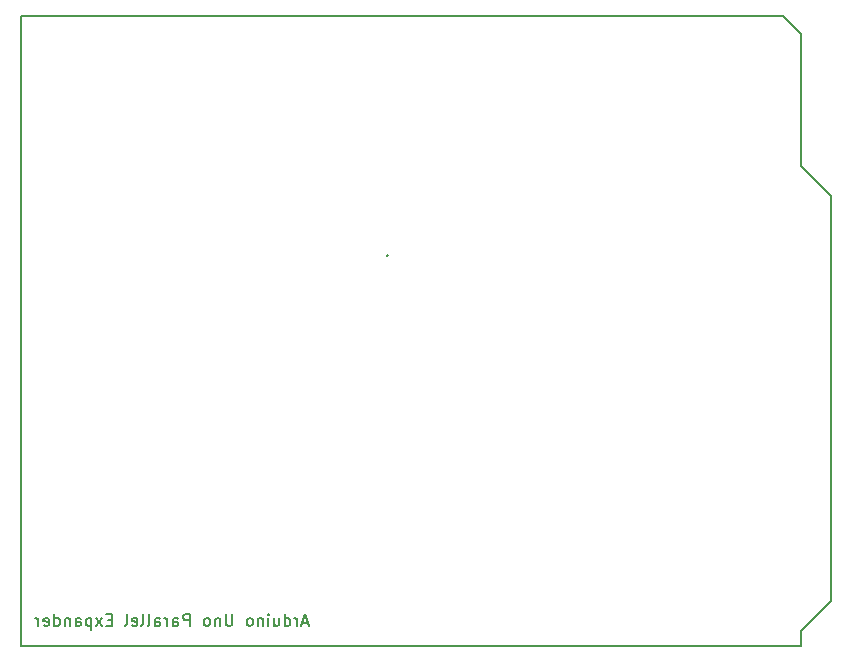
<source format=gbr>
%TF.GenerationSoftware,KiCad,Pcbnew,8.0.8*%
%TF.CreationDate,2025-02-03T13:00:51-08:00*%
%TF.ProjectId,ArduinoExpander,41726475-696e-46f4-9578-70616e646572,rev?*%
%TF.SameCoordinates,Original*%
%TF.FileFunction,Legend,Bot*%
%TF.FilePolarity,Positive*%
%FSLAX46Y46*%
G04 Gerber Fmt 4.6, Leading zero omitted, Abs format (unit mm)*
G04 Created by KiCad (PCBNEW 8.0.8) date 2025-02-03 13:00:51*
%MOMM*%
%LPD*%
G01*
G04 APERTURE LIST*
%ADD10C,0.150000*%
G04 APERTURE END LIST*
D10*
X92133200Y-67049017D02*
X92180819Y-67096637D01*
X92180819Y-67096637D02*
X92133200Y-67144256D01*
X92133200Y-67144256D02*
X92085581Y-67096637D01*
X92085581Y-67096637D02*
X92133200Y-67049017D01*
X92133200Y-67049017D02*
X92133200Y-67144256D01*
X85414001Y-98213104D02*
X84937811Y-98213104D01*
X85509239Y-98498819D02*
X85175906Y-97498819D01*
X85175906Y-97498819D02*
X84842573Y-98498819D01*
X84509239Y-98498819D02*
X84509239Y-97832152D01*
X84509239Y-98022628D02*
X84461620Y-97927390D01*
X84461620Y-97927390D02*
X84414001Y-97879771D01*
X84414001Y-97879771D02*
X84318763Y-97832152D01*
X84318763Y-97832152D02*
X84223525Y-97832152D01*
X83461620Y-98498819D02*
X83461620Y-97498819D01*
X83461620Y-98451200D02*
X83556858Y-98498819D01*
X83556858Y-98498819D02*
X83747334Y-98498819D01*
X83747334Y-98498819D02*
X83842572Y-98451200D01*
X83842572Y-98451200D02*
X83890191Y-98403580D01*
X83890191Y-98403580D02*
X83937810Y-98308342D01*
X83937810Y-98308342D02*
X83937810Y-98022628D01*
X83937810Y-98022628D02*
X83890191Y-97927390D01*
X83890191Y-97927390D02*
X83842572Y-97879771D01*
X83842572Y-97879771D02*
X83747334Y-97832152D01*
X83747334Y-97832152D02*
X83556858Y-97832152D01*
X83556858Y-97832152D02*
X83461620Y-97879771D01*
X82556858Y-97832152D02*
X82556858Y-98498819D01*
X82985429Y-97832152D02*
X82985429Y-98355961D01*
X82985429Y-98355961D02*
X82937810Y-98451200D01*
X82937810Y-98451200D02*
X82842572Y-98498819D01*
X82842572Y-98498819D02*
X82699715Y-98498819D01*
X82699715Y-98498819D02*
X82604477Y-98451200D01*
X82604477Y-98451200D02*
X82556858Y-98403580D01*
X82080667Y-98498819D02*
X82080667Y-97832152D01*
X82080667Y-97498819D02*
X82128286Y-97546438D01*
X82128286Y-97546438D02*
X82080667Y-97594057D01*
X82080667Y-97594057D02*
X82033048Y-97546438D01*
X82033048Y-97546438D02*
X82080667Y-97498819D01*
X82080667Y-97498819D02*
X82080667Y-97594057D01*
X81604477Y-97832152D02*
X81604477Y-98498819D01*
X81604477Y-97927390D02*
X81556858Y-97879771D01*
X81556858Y-97879771D02*
X81461620Y-97832152D01*
X81461620Y-97832152D02*
X81318763Y-97832152D01*
X81318763Y-97832152D02*
X81223525Y-97879771D01*
X81223525Y-97879771D02*
X81175906Y-97975009D01*
X81175906Y-97975009D02*
X81175906Y-98498819D01*
X80556858Y-98498819D02*
X80652096Y-98451200D01*
X80652096Y-98451200D02*
X80699715Y-98403580D01*
X80699715Y-98403580D02*
X80747334Y-98308342D01*
X80747334Y-98308342D02*
X80747334Y-98022628D01*
X80747334Y-98022628D02*
X80699715Y-97927390D01*
X80699715Y-97927390D02*
X80652096Y-97879771D01*
X80652096Y-97879771D02*
X80556858Y-97832152D01*
X80556858Y-97832152D02*
X80414001Y-97832152D01*
X80414001Y-97832152D02*
X80318763Y-97879771D01*
X80318763Y-97879771D02*
X80271144Y-97927390D01*
X80271144Y-97927390D02*
X80223525Y-98022628D01*
X80223525Y-98022628D02*
X80223525Y-98308342D01*
X80223525Y-98308342D02*
X80271144Y-98403580D01*
X80271144Y-98403580D02*
X80318763Y-98451200D01*
X80318763Y-98451200D02*
X80414001Y-98498819D01*
X80414001Y-98498819D02*
X80556858Y-98498819D01*
X79033048Y-97498819D02*
X79033048Y-98308342D01*
X79033048Y-98308342D02*
X78985429Y-98403580D01*
X78985429Y-98403580D02*
X78937810Y-98451200D01*
X78937810Y-98451200D02*
X78842572Y-98498819D01*
X78842572Y-98498819D02*
X78652096Y-98498819D01*
X78652096Y-98498819D02*
X78556858Y-98451200D01*
X78556858Y-98451200D02*
X78509239Y-98403580D01*
X78509239Y-98403580D02*
X78461620Y-98308342D01*
X78461620Y-98308342D02*
X78461620Y-97498819D01*
X77985429Y-97832152D02*
X77985429Y-98498819D01*
X77985429Y-97927390D02*
X77937810Y-97879771D01*
X77937810Y-97879771D02*
X77842572Y-97832152D01*
X77842572Y-97832152D02*
X77699715Y-97832152D01*
X77699715Y-97832152D02*
X77604477Y-97879771D01*
X77604477Y-97879771D02*
X77556858Y-97975009D01*
X77556858Y-97975009D02*
X77556858Y-98498819D01*
X76937810Y-98498819D02*
X77033048Y-98451200D01*
X77033048Y-98451200D02*
X77080667Y-98403580D01*
X77080667Y-98403580D02*
X77128286Y-98308342D01*
X77128286Y-98308342D02*
X77128286Y-98022628D01*
X77128286Y-98022628D02*
X77080667Y-97927390D01*
X77080667Y-97927390D02*
X77033048Y-97879771D01*
X77033048Y-97879771D02*
X76937810Y-97832152D01*
X76937810Y-97832152D02*
X76794953Y-97832152D01*
X76794953Y-97832152D02*
X76699715Y-97879771D01*
X76699715Y-97879771D02*
X76652096Y-97927390D01*
X76652096Y-97927390D02*
X76604477Y-98022628D01*
X76604477Y-98022628D02*
X76604477Y-98308342D01*
X76604477Y-98308342D02*
X76652096Y-98403580D01*
X76652096Y-98403580D02*
X76699715Y-98451200D01*
X76699715Y-98451200D02*
X76794953Y-98498819D01*
X76794953Y-98498819D02*
X76937810Y-98498819D01*
X75414000Y-98498819D02*
X75414000Y-97498819D01*
X75414000Y-97498819D02*
X75033048Y-97498819D01*
X75033048Y-97498819D02*
X74937810Y-97546438D01*
X74937810Y-97546438D02*
X74890191Y-97594057D01*
X74890191Y-97594057D02*
X74842572Y-97689295D01*
X74842572Y-97689295D02*
X74842572Y-97832152D01*
X74842572Y-97832152D02*
X74890191Y-97927390D01*
X74890191Y-97927390D02*
X74937810Y-97975009D01*
X74937810Y-97975009D02*
X75033048Y-98022628D01*
X75033048Y-98022628D02*
X75414000Y-98022628D01*
X73985429Y-98498819D02*
X73985429Y-97975009D01*
X73985429Y-97975009D02*
X74033048Y-97879771D01*
X74033048Y-97879771D02*
X74128286Y-97832152D01*
X74128286Y-97832152D02*
X74318762Y-97832152D01*
X74318762Y-97832152D02*
X74414000Y-97879771D01*
X73985429Y-98451200D02*
X74080667Y-98498819D01*
X74080667Y-98498819D02*
X74318762Y-98498819D01*
X74318762Y-98498819D02*
X74414000Y-98451200D01*
X74414000Y-98451200D02*
X74461619Y-98355961D01*
X74461619Y-98355961D02*
X74461619Y-98260723D01*
X74461619Y-98260723D02*
X74414000Y-98165485D01*
X74414000Y-98165485D02*
X74318762Y-98117866D01*
X74318762Y-98117866D02*
X74080667Y-98117866D01*
X74080667Y-98117866D02*
X73985429Y-98070247D01*
X73509238Y-98498819D02*
X73509238Y-97832152D01*
X73509238Y-98022628D02*
X73461619Y-97927390D01*
X73461619Y-97927390D02*
X73414000Y-97879771D01*
X73414000Y-97879771D02*
X73318762Y-97832152D01*
X73318762Y-97832152D02*
X73223524Y-97832152D01*
X72461619Y-98498819D02*
X72461619Y-97975009D01*
X72461619Y-97975009D02*
X72509238Y-97879771D01*
X72509238Y-97879771D02*
X72604476Y-97832152D01*
X72604476Y-97832152D02*
X72794952Y-97832152D01*
X72794952Y-97832152D02*
X72890190Y-97879771D01*
X72461619Y-98451200D02*
X72556857Y-98498819D01*
X72556857Y-98498819D02*
X72794952Y-98498819D01*
X72794952Y-98498819D02*
X72890190Y-98451200D01*
X72890190Y-98451200D02*
X72937809Y-98355961D01*
X72937809Y-98355961D02*
X72937809Y-98260723D01*
X72937809Y-98260723D02*
X72890190Y-98165485D01*
X72890190Y-98165485D02*
X72794952Y-98117866D01*
X72794952Y-98117866D02*
X72556857Y-98117866D01*
X72556857Y-98117866D02*
X72461619Y-98070247D01*
X71842571Y-98498819D02*
X71937809Y-98451200D01*
X71937809Y-98451200D02*
X71985428Y-98355961D01*
X71985428Y-98355961D02*
X71985428Y-97498819D01*
X71318761Y-98498819D02*
X71413999Y-98451200D01*
X71413999Y-98451200D02*
X71461618Y-98355961D01*
X71461618Y-98355961D02*
X71461618Y-97498819D01*
X70556856Y-98451200D02*
X70652094Y-98498819D01*
X70652094Y-98498819D02*
X70842570Y-98498819D01*
X70842570Y-98498819D02*
X70937808Y-98451200D01*
X70937808Y-98451200D02*
X70985427Y-98355961D01*
X70985427Y-98355961D02*
X70985427Y-97975009D01*
X70985427Y-97975009D02*
X70937808Y-97879771D01*
X70937808Y-97879771D02*
X70842570Y-97832152D01*
X70842570Y-97832152D02*
X70652094Y-97832152D01*
X70652094Y-97832152D02*
X70556856Y-97879771D01*
X70556856Y-97879771D02*
X70509237Y-97975009D01*
X70509237Y-97975009D02*
X70509237Y-98070247D01*
X70509237Y-98070247D02*
X70985427Y-98165485D01*
X69937808Y-98498819D02*
X70033046Y-98451200D01*
X70033046Y-98451200D02*
X70080665Y-98355961D01*
X70080665Y-98355961D02*
X70080665Y-97498819D01*
X68794950Y-97975009D02*
X68461617Y-97975009D01*
X68318760Y-98498819D02*
X68794950Y-98498819D01*
X68794950Y-98498819D02*
X68794950Y-97498819D01*
X68794950Y-97498819D02*
X68318760Y-97498819D01*
X67985426Y-98498819D02*
X67461617Y-97832152D01*
X67985426Y-97832152D02*
X67461617Y-98498819D01*
X67080664Y-97832152D02*
X67080664Y-98832152D01*
X67080664Y-97879771D02*
X66985426Y-97832152D01*
X66985426Y-97832152D02*
X66794950Y-97832152D01*
X66794950Y-97832152D02*
X66699712Y-97879771D01*
X66699712Y-97879771D02*
X66652093Y-97927390D01*
X66652093Y-97927390D02*
X66604474Y-98022628D01*
X66604474Y-98022628D02*
X66604474Y-98308342D01*
X66604474Y-98308342D02*
X66652093Y-98403580D01*
X66652093Y-98403580D02*
X66699712Y-98451200D01*
X66699712Y-98451200D02*
X66794950Y-98498819D01*
X66794950Y-98498819D02*
X66985426Y-98498819D01*
X66985426Y-98498819D02*
X67080664Y-98451200D01*
X65747331Y-98498819D02*
X65747331Y-97975009D01*
X65747331Y-97975009D02*
X65794950Y-97879771D01*
X65794950Y-97879771D02*
X65890188Y-97832152D01*
X65890188Y-97832152D02*
X66080664Y-97832152D01*
X66080664Y-97832152D02*
X66175902Y-97879771D01*
X65747331Y-98451200D02*
X65842569Y-98498819D01*
X65842569Y-98498819D02*
X66080664Y-98498819D01*
X66080664Y-98498819D02*
X66175902Y-98451200D01*
X66175902Y-98451200D02*
X66223521Y-98355961D01*
X66223521Y-98355961D02*
X66223521Y-98260723D01*
X66223521Y-98260723D02*
X66175902Y-98165485D01*
X66175902Y-98165485D02*
X66080664Y-98117866D01*
X66080664Y-98117866D02*
X65842569Y-98117866D01*
X65842569Y-98117866D02*
X65747331Y-98070247D01*
X65271140Y-97832152D02*
X65271140Y-98498819D01*
X65271140Y-97927390D02*
X65223521Y-97879771D01*
X65223521Y-97879771D02*
X65128283Y-97832152D01*
X65128283Y-97832152D02*
X64985426Y-97832152D01*
X64985426Y-97832152D02*
X64890188Y-97879771D01*
X64890188Y-97879771D02*
X64842569Y-97975009D01*
X64842569Y-97975009D02*
X64842569Y-98498819D01*
X63937807Y-98498819D02*
X63937807Y-97498819D01*
X63937807Y-98451200D02*
X64033045Y-98498819D01*
X64033045Y-98498819D02*
X64223521Y-98498819D01*
X64223521Y-98498819D02*
X64318759Y-98451200D01*
X64318759Y-98451200D02*
X64366378Y-98403580D01*
X64366378Y-98403580D02*
X64413997Y-98308342D01*
X64413997Y-98308342D02*
X64413997Y-98022628D01*
X64413997Y-98022628D02*
X64366378Y-97927390D01*
X64366378Y-97927390D02*
X64318759Y-97879771D01*
X64318759Y-97879771D02*
X64223521Y-97832152D01*
X64223521Y-97832152D02*
X64033045Y-97832152D01*
X64033045Y-97832152D02*
X63937807Y-97879771D01*
X63080664Y-98451200D02*
X63175902Y-98498819D01*
X63175902Y-98498819D02*
X63366378Y-98498819D01*
X63366378Y-98498819D02*
X63461616Y-98451200D01*
X63461616Y-98451200D02*
X63509235Y-98355961D01*
X63509235Y-98355961D02*
X63509235Y-97975009D01*
X63509235Y-97975009D02*
X63461616Y-97879771D01*
X63461616Y-97879771D02*
X63366378Y-97832152D01*
X63366378Y-97832152D02*
X63175902Y-97832152D01*
X63175902Y-97832152D02*
X63080664Y-97879771D01*
X63080664Y-97879771D02*
X63033045Y-97975009D01*
X63033045Y-97975009D02*
X63033045Y-98070247D01*
X63033045Y-98070247D02*
X63509235Y-98165485D01*
X62604473Y-98498819D02*
X62604473Y-97832152D01*
X62604473Y-98022628D02*
X62556854Y-97927390D01*
X62556854Y-97927390D02*
X62509235Y-97879771D01*
X62509235Y-97879771D02*
X62413997Y-97832152D01*
X62413997Y-97832152D02*
X62318759Y-97832152D01*
%TO.C,A1*%
X129725200Y-96407437D02*
X129725200Y-62117437D01*
X129725200Y-62117437D02*
X127185200Y-59577437D01*
X127185200Y-100217437D02*
X127185200Y-98947437D01*
X127185200Y-98947437D02*
X129725200Y-96407437D01*
X127185200Y-59577437D02*
X127185200Y-48401437D01*
X125661200Y-46877437D02*
X127185200Y-48401437D01*
X61145200Y-100217437D02*
X127185200Y-100217437D01*
X61145200Y-46877437D02*
X125661200Y-46877437D01*
X61145200Y-46877437D02*
X61145200Y-100217437D01*
%TD*%
M02*

</source>
